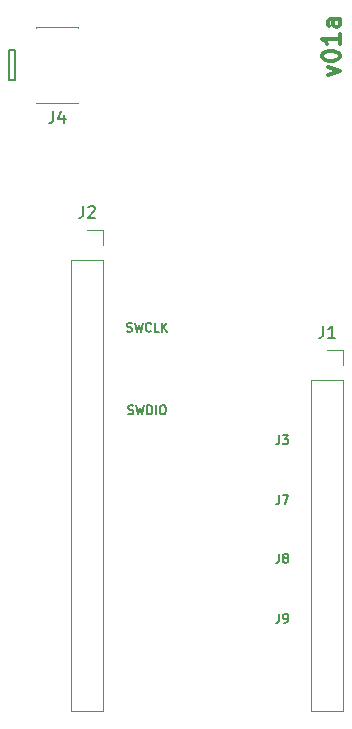
<source format=gto>
%TF.GenerationSoftware,KiCad,Pcbnew,7.0.6*%
%TF.CreationDate,2023-10-23T11:13:58-04:00*%
%TF.ProjectId,CFL_FeatherDebugShield,43464c5f-4665-4617-9468-657244656275,v01a*%
%TF.SameCoordinates,Original*%
%TF.FileFunction,Legend,Top*%
%TF.FilePolarity,Positive*%
%FSLAX46Y46*%
G04 Gerber Fmt 4.6, Leading zero omitted, Abs format (unit mm)*
G04 Created by KiCad (PCBNEW 7.0.6) date 2023-10-23 11:13:58*
%MOMM*%
%LPD*%
G01*
G04 APERTURE LIST*
%ADD10C,0.300000*%
%ADD11C,0.150000*%
%ADD12C,0.120000*%
%ADD13R,1.700000X1.700000*%
%ADD14O,1.700000X1.700000*%
%ADD15R,0.254000X1.000000*%
%ADD16C,1.000000*%
%ADD17R,0.500000X1.000000*%
%ADD18C,1.500000*%
%ADD19R,2.400000X0.740000*%
G04 APERTURE END LIST*
D10*
X106750828Y-46578346D02*
X107750828Y-46221203D01*
X107750828Y-46221203D02*
X106750828Y-45864060D01*
X106250828Y-45006917D02*
X106250828Y-44864060D01*
X106250828Y-44864060D02*
X106322257Y-44721203D01*
X106322257Y-44721203D02*
X106393685Y-44649775D01*
X106393685Y-44649775D02*
X106536542Y-44578346D01*
X106536542Y-44578346D02*
X106822257Y-44506917D01*
X106822257Y-44506917D02*
X107179400Y-44506917D01*
X107179400Y-44506917D02*
X107465114Y-44578346D01*
X107465114Y-44578346D02*
X107607971Y-44649775D01*
X107607971Y-44649775D02*
X107679400Y-44721203D01*
X107679400Y-44721203D02*
X107750828Y-44864060D01*
X107750828Y-44864060D02*
X107750828Y-45006917D01*
X107750828Y-45006917D02*
X107679400Y-45149775D01*
X107679400Y-45149775D02*
X107607971Y-45221203D01*
X107607971Y-45221203D02*
X107465114Y-45292632D01*
X107465114Y-45292632D02*
X107179400Y-45364060D01*
X107179400Y-45364060D02*
X106822257Y-45364060D01*
X106822257Y-45364060D02*
X106536542Y-45292632D01*
X106536542Y-45292632D02*
X106393685Y-45221203D01*
X106393685Y-45221203D02*
X106322257Y-45149775D01*
X106322257Y-45149775D02*
X106250828Y-45006917D01*
X107750828Y-43078346D02*
X107750828Y-43935489D01*
X107750828Y-43506918D02*
X106250828Y-43506918D01*
X106250828Y-43506918D02*
X106465114Y-43649775D01*
X106465114Y-43649775D02*
X106607971Y-43792632D01*
X106607971Y-43792632D02*
X106679400Y-43935489D01*
X107750828Y-41792633D02*
X106965114Y-41792633D01*
X106965114Y-41792633D02*
X106822257Y-41864061D01*
X106822257Y-41864061D02*
X106750828Y-42006918D01*
X106750828Y-42006918D02*
X106750828Y-42292633D01*
X106750828Y-42292633D02*
X106822257Y-42435490D01*
X107679400Y-41792633D02*
X107750828Y-41935490D01*
X107750828Y-41935490D02*
X107750828Y-42292633D01*
X107750828Y-42292633D02*
X107679400Y-42435490D01*
X107679400Y-42435490D02*
X107536542Y-42506918D01*
X107536542Y-42506918D02*
X107393685Y-42506918D01*
X107393685Y-42506918D02*
X107250828Y-42435490D01*
X107250828Y-42435490D02*
X107179400Y-42292633D01*
X107179400Y-42292633D02*
X107179400Y-41935490D01*
X107179400Y-41935490D02*
X107107971Y-41792633D01*
D11*
X106346666Y-67804819D02*
X106346666Y-68519104D01*
X106346666Y-68519104D02*
X106299047Y-68661961D01*
X106299047Y-68661961D02*
X106203809Y-68757200D01*
X106203809Y-68757200D02*
X106060952Y-68804819D01*
X106060952Y-68804819D02*
X105965714Y-68804819D01*
X107346666Y-68804819D02*
X106775238Y-68804819D01*
X107060952Y-68804819D02*
X107060952Y-67804819D01*
X107060952Y-67804819D02*
X106965714Y-67947676D01*
X106965714Y-67947676D02*
X106870476Y-68042914D01*
X106870476Y-68042914D02*
X106775238Y-68090533D01*
X86026666Y-57644819D02*
X86026666Y-58359104D01*
X86026666Y-58359104D02*
X85979047Y-58501961D01*
X85979047Y-58501961D02*
X85883809Y-58597200D01*
X85883809Y-58597200D02*
X85740952Y-58644819D01*
X85740952Y-58644819D02*
X85645714Y-58644819D01*
X86455238Y-57740057D02*
X86502857Y-57692438D01*
X86502857Y-57692438D02*
X86598095Y-57644819D01*
X86598095Y-57644819D02*
X86836190Y-57644819D01*
X86836190Y-57644819D02*
X86931428Y-57692438D01*
X86931428Y-57692438D02*
X86979047Y-57740057D01*
X86979047Y-57740057D02*
X87026666Y-57835295D01*
X87026666Y-57835295D02*
X87026666Y-57930533D01*
X87026666Y-57930533D02*
X86979047Y-58073390D01*
X86979047Y-58073390D02*
X86407619Y-58644819D01*
X86407619Y-58644819D02*
X87026666Y-58644819D01*
X102620000Y-87092164D02*
X102620000Y-87627878D01*
X102620000Y-87627878D02*
X102584285Y-87735021D01*
X102584285Y-87735021D02*
X102512857Y-87806450D01*
X102512857Y-87806450D02*
X102405714Y-87842164D01*
X102405714Y-87842164D02*
X102334285Y-87842164D01*
X103084286Y-87413592D02*
X103012857Y-87377878D01*
X103012857Y-87377878D02*
X102977143Y-87342164D01*
X102977143Y-87342164D02*
X102941429Y-87270735D01*
X102941429Y-87270735D02*
X102941429Y-87235021D01*
X102941429Y-87235021D02*
X102977143Y-87163592D01*
X102977143Y-87163592D02*
X103012857Y-87127878D01*
X103012857Y-87127878D02*
X103084286Y-87092164D01*
X103084286Y-87092164D02*
X103227143Y-87092164D01*
X103227143Y-87092164D02*
X103298572Y-87127878D01*
X103298572Y-87127878D02*
X103334286Y-87163592D01*
X103334286Y-87163592D02*
X103370000Y-87235021D01*
X103370000Y-87235021D02*
X103370000Y-87270735D01*
X103370000Y-87270735D02*
X103334286Y-87342164D01*
X103334286Y-87342164D02*
X103298572Y-87377878D01*
X103298572Y-87377878D02*
X103227143Y-87413592D01*
X103227143Y-87413592D02*
X103084286Y-87413592D01*
X103084286Y-87413592D02*
X103012857Y-87449307D01*
X103012857Y-87449307D02*
X102977143Y-87485021D01*
X102977143Y-87485021D02*
X102941429Y-87556450D01*
X102941429Y-87556450D02*
X102941429Y-87699307D01*
X102941429Y-87699307D02*
X102977143Y-87770735D01*
X102977143Y-87770735D02*
X103012857Y-87806450D01*
X103012857Y-87806450D02*
X103084286Y-87842164D01*
X103084286Y-87842164D02*
X103227143Y-87842164D01*
X103227143Y-87842164D02*
X103298572Y-87806450D01*
X103298572Y-87806450D02*
X103334286Y-87770735D01*
X103334286Y-87770735D02*
X103370000Y-87699307D01*
X103370000Y-87699307D02*
X103370000Y-87556450D01*
X103370000Y-87556450D02*
X103334286Y-87485021D01*
X103334286Y-87485021D02*
X103298572Y-87449307D01*
X103298572Y-87449307D02*
X103227143Y-87413592D01*
X89850714Y-75233450D02*
X89957857Y-75269164D01*
X89957857Y-75269164D02*
X90136428Y-75269164D01*
X90136428Y-75269164D02*
X90207857Y-75233450D01*
X90207857Y-75233450D02*
X90243571Y-75197735D01*
X90243571Y-75197735D02*
X90279285Y-75126307D01*
X90279285Y-75126307D02*
X90279285Y-75054878D01*
X90279285Y-75054878D02*
X90243571Y-74983450D01*
X90243571Y-74983450D02*
X90207857Y-74947735D01*
X90207857Y-74947735D02*
X90136428Y-74912021D01*
X90136428Y-74912021D02*
X89993571Y-74876307D01*
X89993571Y-74876307D02*
X89922142Y-74840592D01*
X89922142Y-74840592D02*
X89886428Y-74804878D01*
X89886428Y-74804878D02*
X89850714Y-74733450D01*
X89850714Y-74733450D02*
X89850714Y-74662021D01*
X89850714Y-74662021D02*
X89886428Y-74590592D01*
X89886428Y-74590592D02*
X89922142Y-74554878D01*
X89922142Y-74554878D02*
X89993571Y-74519164D01*
X89993571Y-74519164D02*
X90172142Y-74519164D01*
X90172142Y-74519164D02*
X90279285Y-74554878D01*
X90529285Y-74519164D02*
X90707857Y-75269164D01*
X90707857Y-75269164D02*
X90850714Y-74733450D01*
X90850714Y-74733450D02*
X90993571Y-75269164D01*
X90993571Y-75269164D02*
X91172143Y-74519164D01*
X91457857Y-75269164D02*
X91457857Y-74519164D01*
X91457857Y-74519164D02*
X91636428Y-74519164D01*
X91636428Y-74519164D02*
X91743571Y-74554878D01*
X91743571Y-74554878D02*
X91815000Y-74626307D01*
X91815000Y-74626307D02*
X91850714Y-74697735D01*
X91850714Y-74697735D02*
X91886428Y-74840592D01*
X91886428Y-74840592D02*
X91886428Y-74947735D01*
X91886428Y-74947735D02*
X91850714Y-75090592D01*
X91850714Y-75090592D02*
X91815000Y-75162021D01*
X91815000Y-75162021D02*
X91743571Y-75233450D01*
X91743571Y-75233450D02*
X91636428Y-75269164D01*
X91636428Y-75269164D02*
X91457857Y-75269164D01*
X92207857Y-75269164D02*
X92207857Y-74519164D01*
X92707857Y-74519164D02*
X92850714Y-74519164D01*
X92850714Y-74519164D02*
X92922143Y-74554878D01*
X92922143Y-74554878D02*
X92993571Y-74626307D01*
X92993571Y-74626307D02*
X93029286Y-74769164D01*
X93029286Y-74769164D02*
X93029286Y-75019164D01*
X93029286Y-75019164D02*
X92993571Y-75162021D01*
X92993571Y-75162021D02*
X92922143Y-75233450D01*
X92922143Y-75233450D02*
X92850714Y-75269164D01*
X92850714Y-75269164D02*
X92707857Y-75269164D01*
X92707857Y-75269164D02*
X92636429Y-75233450D01*
X92636429Y-75233450D02*
X92565000Y-75162021D01*
X92565000Y-75162021D02*
X92529286Y-75019164D01*
X92529286Y-75019164D02*
X92529286Y-74769164D01*
X92529286Y-74769164D02*
X92565000Y-74626307D01*
X92565000Y-74626307D02*
X92636429Y-74554878D01*
X92636429Y-74554878D02*
X92707857Y-74519164D01*
X102620000Y-77059164D02*
X102620000Y-77594878D01*
X102620000Y-77594878D02*
X102584285Y-77702021D01*
X102584285Y-77702021D02*
X102512857Y-77773450D01*
X102512857Y-77773450D02*
X102405714Y-77809164D01*
X102405714Y-77809164D02*
X102334285Y-77809164D01*
X102905714Y-77059164D02*
X103370000Y-77059164D01*
X103370000Y-77059164D02*
X103120000Y-77344878D01*
X103120000Y-77344878D02*
X103227143Y-77344878D01*
X103227143Y-77344878D02*
X103298572Y-77380592D01*
X103298572Y-77380592D02*
X103334286Y-77416307D01*
X103334286Y-77416307D02*
X103370000Y-77487735D01*
X103370000Y-77487735D02*
X103370000Y-77666307D01*
X103370000Y-77666307D02*
X103334286Y-77737735D01*
X103334286Y-77737735D02*
X103298572Y-77773450D01*
X103298572Y-77773450D02*
X103227143Y-77809164D01*
X103227143Y-77809164D02*
X103012857Y-77809164D01*
X103012857Y-77809164D02*
X102941429Y-77773450D01*
X102941429Y-77773450D02*
X102905714Y-77737735D01*
X83486666Y-49619819D02*
X83486666Y-50334104D01*
X83486666Y-50334104D02*
X83439047Y-50476961D01*
X83439047Y-50476961D02*
X83343809Y-50572200D01*
X83343809Y-50572200D02*
X83200952Y-50619819D01*
X83200952Y-50619819D02*
X83105714Y-50619819D01*
X84391428Y-49953152D02*
X84391428Y-50619819D01*
X84153333Y-49572200D02*
X83915238Y-50286485D01*
X83915238Y-50286485D02*
X84534285Y-50286485D01*
X89743571Y-68248450D02*
X89850714Y-68284164D01*
X89850714Y-68284164D02*
X90029285Y-68284164D01*
X90029285Y-68284164D02*
X90100714Y-68248450D01*
X90100714Y-68248450D02*
X90136428Y-68212735D01*
X90136428Y-68212735D02*
X90172142Y-68141307D01*
X90172142Y-68141307D02*
X90172142Y-68069878D01*
X90172142Y-68069878D02*
X90136428Y-67998450D01*
X90136428Y-67998450D02*
X90100714Y-67962735D01*
X90100714Y-67962735D02*
X90029285Y-67927021D01*
X90029285Y-67927021D02*
X89886428Y-67891307D01*
X89886428Y-67891307D02*
X89814999Y-67855592D01*
X89814999Y-67855592D02*
X89779285Y-67819878D01*
X89779285Y-67819878D02*
X89743571Y-67748450D01*
X89743571Y-67748450D02*
X89743571Y-67677021D01*
X89743571Y-67677021D02*
X89779285Y-67605592D01*
X89779285Y-67605592D02*
X89814999Y-67569878D01*
X89814999Y-67569878D02*
X89886428Y-67534164D01*
X89886428Y-67534164D02*
X90064999Y-67534164D01*
X90064999Y-67534164D02*
X90172142Y-67569878D01*
X90422142Y-67534164D02*
X90600714Y-68284164D01*
X90600714Y-68284164D02*
X90743571Y-67748450D01*
X90743571Y-67748450D02*
X90886428Y-68284164D01*
X90886428Y-68284164D02*
X91065000Y-67534164D01*
X91779285Y-68212735D02*
X91743571Y-68248450D01*
X91743571Y-68248450D02*
X91636428Y-68284164D01*
X91636428Y-68284164D02*
X91565000Y-68284164D01*
X91565000Y-68284164D02*
X91457857Y-68248450D01*
X91457857Y-68248450D02*
X91386428Y-68177021D01*
X91386428Y-68177021D02*
X91350714Y-68105592D01*
X91350714Y-68105592D02*
X91315000Y-67962735D01*
X91315000Y-67962735D02*
X91315000Y-67855592D01*
X91315000Y-67855592D02*
X91350714Y-67712735D01*
X91350714Y-67712735D02*
X91386428Y-67641307D01*
X91386428Y-67641307D02*
X91457857Y-67569878D01*
X91457857Y-67569878D02*
X91565000Y-67534164D01*
X91565000Y-67534164D02*
X91636428Y-67534164D01*
X91636428Y-67534164D02*
X91743571Y-67569878D01*
X91743571Y-67569878D02*
X91779285Y-67605592D01*
X92457857Y-68284164D02*
X92100714Y-68284164D01*
X92100714Y-68284164D02*
X92100714Y-67534164D01*
X92707857Y-68284164D02*
X92707857Y-67534164D01*
X93136428Y-68284164D02*
X92815000Y-67855592D01*
X93136428Y-67534164D02*
X92707857Y-67962735D01*
X102620000Y-82139164D02*
X102620000Y-82674878D01*
X102620000Y-82674878D02*
X102584285Y-82782021D01*
X102584285Y-82782021D02*
X102512857Y-82853450D01*
X102512857Y-82853450D02*
X102405714Y-82889164D01*
X102405714Y-82889164D02*
X102334285Y-82889164D01*
X102905714Y-82139164D02*
X103405714Y-82139164D01*
X103405714Y-82139164D02*
X103084286Y-82889164D01*
X102620000Y-92172164D02*
X102620000Y-92707878D01*
X102620000Y-92707878D02*
X102584285Y-92815021D01*
X102584285Y-92815021D02*
X102512857Y-92886450D01*
X102512857Y-92886450D02*
X102405714Y-92922164D01*
X102405714Y-92922164D02*
X102334285Y-92922164D01*
X103012857Y-92922164D02*
X103155714Y-92922164D01*
X103155714Y-92922164D02*
X103227143Y-92886450D01*
X103227143Y-92886450D02*
X103262857Y-92850735D01*
X103262857Y-92850735D02*
X103334286Y-92743592D01*
X103334286Y-92743592D02*
X103370000Y-92600735D01*
X103370000Y-92600735D02*
X103370000Y-92315021D01*
X103370000Y-92315021D02*
X103334286Y-92243592D01*
X103334286Y-92243592D02*
X103298572Y-92207878D01*
X103298572Y-92207878D02*
X103227143Y-92172164D01*
X103227143Y-92172164D02*
X103084286Y-92172164D01*
X103084286Y-92172164D02*
X103012857Y-92207878D01*
X103012857Y-92207878D02*
X102977143Y-92243592D01*
X102977143Y-92243592D02*
X102941429Y-92315021D01*
X102941429Y-92315021D02*
X102941429Y-92493592D01*
X102941429Y-92493592D02*
X102977143Y-92565021D01*
X102977143Y-92565021D02*
X103012857Y-92600735D01*
X103012857Y-92600735D02*
X103084286Y-92636450D01*
X103084286Y-92636450D02*
X103227143Y-92636450D01*
X103227143Y-92636450D02*
X103298572Y-92600735D01*
X103298572Y-92600735D02*
X103334286Y-92565021D01*
X103334286Y-92565021D02*
X103370000Y-92493592D01*
D12*
%TO.C,J1*%
X105350000Y-72390000D02*
X105350000Y-100390000D01*
X105350000Y-72390000D02*
X108010000Y-72390000D01*
X105350000Y-100390000D02*
X108010000Y-100390000D01*
X106680000Y-69790000D02*
X108010000Y-69790000D01*
X108010000Y-69790000D02*
X108010000Y-71120000D01*
X108010000Y-72390000D02*
X108010000Y-100390000D01*
%TO.C,J2*%
X85030000Y-62230000D02*
X85030000Y-100390000D01*
X85030000Y-62230000D02*
X87690000Y-62230000D01*
X85030000Y-100390000D02*
X87690000Y-100390000D01*
X86360000Y-59630000D02*
X87690000Y-59630000D01*
X87690000Y-59630000D02*
X87690000Y-60960000D01*
X87690000Y-62230000D02*
X87690000Y-100390000D01*
%TO.C,J4*%
X82055000Y-42485000D02*
X82055000Y-42550000D01*
X82055000Y-42485000D02*
X85585000Y-42485000D01*
X82055000Y-48890000D02*
X82055000Y-48955000D01*
X82055000Y-48955000D02*
X85585000Y-48955000D01*
X85585000Y-42485000D02*
X85585000Y-42550000D01*
X85585000Y-48890000D02*
X85585000Y-48955000D01*
D11*
X79770000Y-44470000D02*
X80270000Y-44470000D01*
X80270000Y-44470000D02*
X80270000Y-46970000D01*
X80270000Y-46970000D02*
X79770000Y-46970000D01*
X79770000Y-46970000D02*
X79770000Y-44470000D01*
%TD*%
%LPC*%
D13*
%TO.C,J1*%
X106680000Y-71120000D03*
D14*
X106680000Y-73660000D03*
X106680000Y-76200000D03*
X106680000Y-78740000D03*
X106680000Y-81280000D03*
X106680000Y-83820000D03*
X106680000Y-86360000D03*
X106680000Y-88900000D03*
X106680000Y-91440000D03*
X106680000Y-93980000D03*
X106680000Y-96520000D03*
X106680000Y-99060000D03*
%TD*%
D13*
%TO.C,J2*%
X86360000Y-60960000D03*
D14*
X86360000Y-63500000D03*
X86360000Y-66040000D03*
X86360000Y-68580000D03*
X86360000Y-71120000D03*
X86360000Y-73660000D03*
X86360000Y-76200000D03*
X86360000Y-78740000D03*
X86360000Y-81280000D03*
X86360000Y-83820000D03*
X86360000Y-86360000D03*
X86360000Y-88900000D03*
X86360000Y-91440000D03*
X86360000Y-93980000D03*
X86360000Y-96520000D03*
X86360000Y-99060000D03*
%TD*%
D15*
%TO.C,J8*%
X101600000Y-88900000D03*
D16*
X102235000Y-88900000D03*
D17*
X101981000Y-88900000D03*
X101219000Y-88900000D03*
D16*
X100965000Y-88900000D03*
%TD*%
D18*
%TO.C,J5*%
X90424000Y-72517000D03*
%TD*%
D15*
%TO.C,J3*%
X101600000Y-78740000D03*
D16*
X102235000Y-78740000D03*
D17*
X101981000Y-78740000D03*
X101219000Y-78740000D03*
D16*
X100965000Y-78740000D03*
%TD*%
D19*
%TO.C,J4*%
X81870000Y-43180000D03*
X85770000Y-43180000D03*
X81870000Y-44450000D03*
X85770000Y-44450000D03*
X81870000Y-45720000D03*
X85770000Y-45720000D03*
X81870000Y-46990000D03*
X85770000Y-46990000D03*
X81870000Y-48260000D03*
X85770000Y-48260000D03*
%TD*%
D18*
%TO.C,J6*%
X90424000Y-69977000D03*
%TD*%
D15*
%TO.C,J7*%
X101600000Y-81280000D03*
D16*
X102235000Y-81280000D03*
D17*
X101981000Y-81280000D03*
X101219000Y-81280000D03*
D16*
X100965000Y-81280000D03*
%TD*%
D15*
%TO.C,J9*%
X101600000Y-93980000D03*
D16*
X102235000Y-93980000D03*
D17*
X101981000Y-93980000D03*
X101219000Y-93980000D03*
D16*
X100965000Y-93980000D03*
%TD*%
%LPD*%
M02*

</source>
